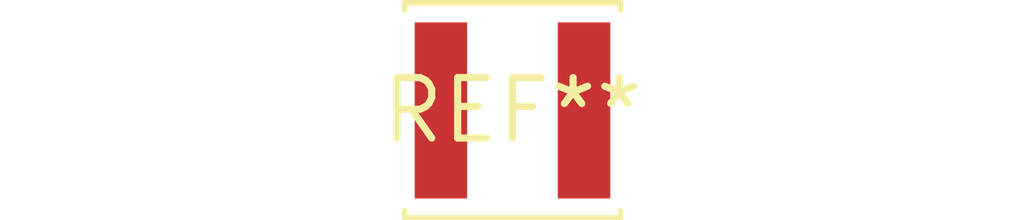
<source format=kicad_pcb>
(kicad_pcb (version 20240108) (generator pcbnew)
  (layers (0 "F.Cu" signal) (31 "B.Cu" signal) (34 "B.Paste" user) (35 "F.Paste" user) (36 "B.SilkS" user "B.Silkscreen") (37 "F.SilkS" user "F.Silkscreen") (38 "B.Mask" user) (39 "F.Mask" user) (44 "Edge.Cuts" user))
  (net 0 "")
  (footprint "L_Sunlord_SWPA4030S" (layer "F.Cu") (at 0 0)
    (property "Reference" "REF**")
    (property "Value" "L_Sunlord_SWPA4030S")
    (fp_line (start -2.26 -2.26) (end -2.26 -2.11) (layer "F.SilkS") (stroke (width 0.12)))
    (fp_line (start -2.26 -2.26) (end 2.26 -2.26) (layer "F.SilkS") (stroke (width 0.12)))
    (fp_line (start -2.26 2.26) (end -2.26 2.11) (layer "F.SilkS") (stroke (width 0.12)))
    (fp_line (start -2.26 2.26) (end 2.26 2.26) (layer "F.SilkS") (stroke (width 0.12)))
    (fp_line (start 2.26 -2.26) (end 2.26 -2.11) (layer "F.SilkS") (stroke (width 0.12)))
    (fp_line (start 2.26 2.26) (end 2.26 2.11) (layer "F.SilkS") (stroke (width 0.12)))
    (pad "1" smd rect (at -1.5 0) (size 1.1 3.7) (layers "F.Cu" "F.Paste" "F.Mask"))
    (pad "2" smd rect (at 1.5 0) (size 1.1 3.7) (layers "F.Cu" "F.Paste" "F.Mask"))
  )
)
</source>
